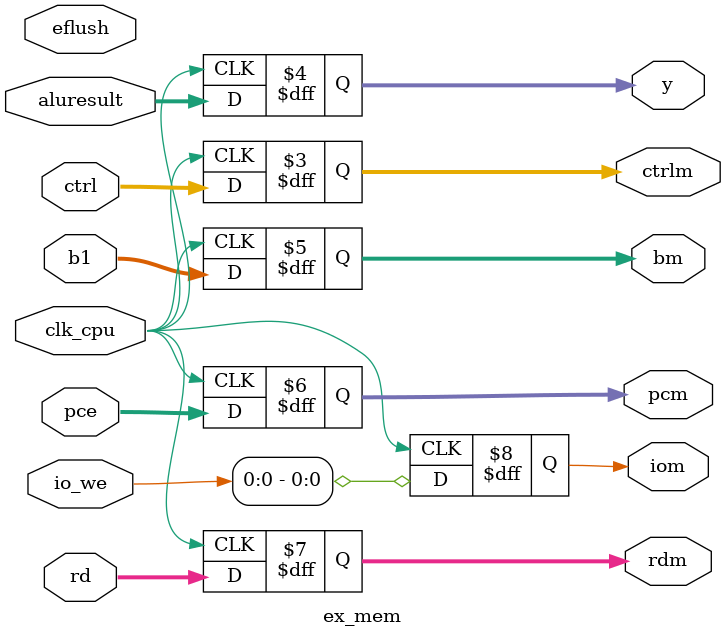
<source format=v>
`timescale 1ns / 1ps

module ex_mem(  
input clk_cpu,eflush,
input[31:0]     ctrl,aluresult,b1,pce,
input[4:0]      rd,io_we,
output  reg[31:0]    ctrlm,y,bm,pcm,
output  reg[4:0] rdm,
output  reg iom
    );
initial begin rdm<=0;  bm<=0;end
always@(posedge clk_cpu)    begin
   ctrlm<=ctrl;    y<=aluresult;   bm<=b1;  pcm<=pce; rdm<=rd;  iom<=io_we;  end   
endmodule

</source>
